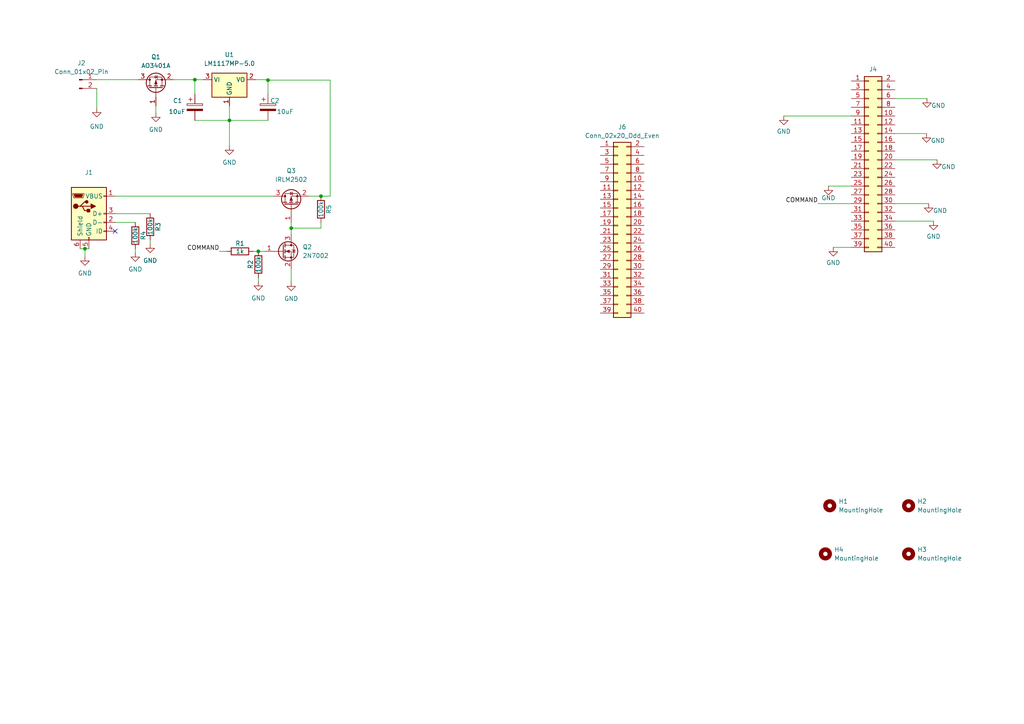
<source format=kicad_sch>
(kicad_sch (version 20230121) (generator eeschema)
  (paper "A4")
  (lib_symbols
    (symbol "Connector:Conn_01x02_Pin" (pin_names (offset 1.016) hide)
      (property "Reference" "J" (at 0 2.54 0))
      (property "Value" "Conn_01x02_Pin" (at 0 -5.08 0))
      (symbol "Conn_01x02_Pin_1_1"
        (polyline (pts (xy 1.27 -2.54) (xy 0.8636 -2.54)) (stroke (width 0.1524)))
        (polyline (pts (xy 1.27 0) (xy 0.8636 0)) (stroke (width 0.1524)))
        (rectangle (start 0.8636 -2.413) (end 0 -2.667) (stroke (width 0.1524)) (fill (type outline)))
        (rectangle (start 0.8636 0.127) (end 0 -0.127) (stroke (width 0.1524)) (fill (type outline)))
        (pin passive line (at 5.08 0 180) (length 3.81) (name "Pin_1") (number "1"))
        (pin passive line (at 5.08 -2.54 180) (length 3.81) (name "Pin_2") (number "2"))
      )
    )
    (symbol "Connector:USB_B_Micro" (pin_names (offset 1.016))
      (property "Reference" "J" (at -5.08 11.43 0))
      (property "Value" "USB_B_Micro" (at -5.08 8.89 0))
      (symbol "USB_B_Micro_0_1"
        (rectangle (start -5.08 -7.62) (end 5.08 7.62) (stroke (width 0.254)) (fill (type background)))
        (circle (center -3.81 2.159) (radius 0.635) (stroke (width 0.254)) (fill (type outline)))
        (circle (center -0.635 3.429) (radius 0.381) (stroke (width 0.254)) (fill (type outline)))
        (rectangle (start -0.127 -7.62) (end 0.127 -6.858))
        (polyline (pts (xy -1.905 2.159) (xy 0.635 2.159)) (stroke (width 0.254)))
        (polyline (pts (xy -3.175 2.159) (xy -2.54 2.159) (xy -1.27 3.429) (xy -0.635 3.429)) (stroke (width 0.254)))
        (polyline (pts (xy -2.54 2.159) (xy -1.905 2.159) (xy -1.27 0.889) (xy 0 0.889)) (stroke (width 0.254)))
        (polyline (pts (xy 0.635 2.794) (xy 0.635 1.524) (xy 1.905 2.159) (xy 0.635 2.794)) (stroke (width 0.254)) (fill (type outline)))
        (polyline (pts (xy -4.318 5.588) (xy -1.778 5.588) (xy -2.032 4.826) (xy -4.064 4.826) (xy -4.318 5.588)) (fill (type outline)))
        (polyline (pts (xy -4.699 5.842) (xy -4.699 5.588) (xy -4.445 4.826) (xy -4.445 4.572) (xy -1.651 4.572) (xy -1.651 4.826) (xy -1.397 5.588) (xy -1.397 5.842) (xy -4.699 5.842)))
        (rectangle (start 0.254 1.27) (end -0.508 0.508) (stroke (width 0.254)) (fill (type outline)))
        (rectangle (start 5.08 -5.207) (end 4.318 -4.953))
        (rectangle (start 5.08 -2.667) (end 4.318 -2.413))
        (rectangle (start 5.08 -0.127) (end 4.318 0.127))
        (rectangle (start 5.08 4.953) (end 4.318 5.207))
      )
      (symbol "USB_B_Micro_1_1"
        (pin power_out line (at 7.62 5.08 180) (length 2.54) (name "VBUS") (number "1"))
        (pin bidirectional line (at 7.62 -2.54 180) (length 2.54) (name "D-") (number "2"))
        (pin bidirectional line (at 7.62 0 180) (length 2.54) (name "D+") (number "3"))
        (pin passive line (at 7.62 -5.08 180) (length 2.54) (name "ID") (number "4"))
        (pin power_out line (at 0 -10.16 90) (length 2.54) (name "GND") (number "5"))
        (pin passive line (at -2.54 -10.16 90) (length 2.54) (name "Shield") (number "6"))
      )
    )
    (symbol "Connector_Generic:Conn_02x20_Odd_Even" (pin_names (offset 1.016) hide)
      (property "Reference" "J" (at 1.27 25.4 0))
      (property "Value" "Conn_02x20_Odd_Even" (at 1.27 -27.94 0))
      (symbol "Conn_02x20_Odd_Even_1_1"
        (rectangle (start -1.27 -25.273) (end 0 -25.527) (stroke (width 0.1524)))
        (rectangle (start -1.27 -22.733) (end 0 -22.987) (stroke (width 0.1524)))
        (rectangle (start -1.27 -20.193) (end 0 -20.447) (stroke (width 0.1524)))
        (rectangle (start -1.27 -17.653) (end 0 -17.907) (stroke (width 0.1524)))
        (rectangle (start -1.27 -15.113) (end 0 -15.367) (stroke (width 0.1524)))
        (rectangle (start -1.27 -12.573) (end 0 -12.827) (stroke (width 0.1524)))
        (rectangle (start -1.27 -10.033) (end 0 -10.287) (stroke (width 0.1524)))
        (rectangle (start -1.27 -7.493) (end 0 -7.747) (stroke (width 0.1524)))
        (rectangle (start -1.27 -4.953) (end 0 -5.207) (stroke (width 0.1524)))
        (rectangle (start -1.27 -2.413) (end 0 -2.667) (stroke (width 0.1524)))
        (rectangle (start -1.27 0.127) (end 0 -0.127) (stroke (width 0.1524)))
        (rectangle (start -1.27 2.667) (end 0 2.413) (stroke (width 0.1524)))
        (rectangle (start -1.27 5.207) (end 0 4.953) (stroke (width 0.1524)))
        (rectangle (start -1.27 7.747) (end 0 7.493) (stroke (width 0.1524)))
        (rectangle (start -1.27 10.287) (end 0 10.033) (stroke (width 0.1524)))
        (rectangle (start -1.27 12.827) (end 0 12.573) (stroke (width 0.1524)))
        (rectangle (start -1.27 15.367) (end 0 15.113) (stroke (width 0.1524)))
        (rectangle (start -1.27 17.907) (end 0 17.653) (stroke (width 0.1524)))
        (rectangle (start -1.27 20.447) (end 0 20.193) (stroke (width 0.1524)))
        (rectangle (start -1.27 22.987) (end 0 22.733) (stroke (width 0.1524)))
        (rectangle (start -1.27 24.13) (end 3.81 -26.67) (stroke (width 0.254)) (fill (type background)))
        (rectangle (start 3.81 -25.273) (end 2.54 -25.527) (stroke (width 0.1524)))
        (rectangle (start 3.81 -22.733) (end 2.54 -22.987) (stroke (width 0.1524)))
        (rectangle (start 3.81 -20.193) (end 2.54 -20.447) (stroke (width 0.1524)))
        (rectangle (start 3.81 -17.653) (end 2.54 -17.907) (stroke (width 0.1524)))
        (rectangle (start 3.81 -15.113) (end 2.54 -15.367) (stroke (width 0.1524)))
        (rectangle (start 3.81 -12.573) (end 2.54 -12.827) (stroke (width 0.1524)))
        (rectangle (start 3.81 -10.033) (end 2.54 -10.287) (stroke (width 0.1524)))
        (rectangle (start 3.81 -7.493) (end 2.54 -7.747) (stroke (width 0.1524)))
        (rectangle (start 3.81 -4.953) (end 2.54 -5.207) (stroke (width 0.1524)))
        (rectangle (start 3.81 -2.413) (end 2.54 -2.667) (stroke (width 0.1524)))
        (rectangle (start 3.81 0.127) (end 2.54 -0.127) (stroke (width 0.1524)))
        (rectangle (start 3.81 2.667) (end 2.54 2.413) (stroke (width 0.1524)))
        (rectangle (start 3.81 5.207) (end 2.54 4.953) (stroke (width 0.1524)))
        (rectangle (start 3.81 7.747) (end 2.54 7.493) (stroke (width 0.1524)))
        (rectangle (start 3.81 10.287) (end 2.54 10.033) (stroke (width 0.1524)))
        (rectangle (start 3.81 12.827) (end 2.54 12.573) (stroke (width 0.1524)))
        (rectangle (start 3.81 15.367) (end 2.54 15.113) (stroke (width 0.1524)))
        (rectangle (start 3.81 17.907) (end 2.54 17.653) (stroke (width 0.1524)))
        (rectangle (start 3.81 20.447) (end 2.54 20.193) (stroke (width 0.1524)))
        (rectangle (start 3.81 22.987) (end 2.54 22.733) (stroke (width 0.1524)))
        (pin passive line (at -5.08 22.86 0) (length 3.81) (name "Pin_1") (number "1"))
        (pin passive line (at 7.62 12.7 180) (length 3.81) (name "Pin_10") (number "10"))
        (pin passive line (at -5.08 10.16 0) (length 3.81) (name "Pin_11") (number "11"))
        (pin passive line (at 7.62 10.16 180) (length 3.81) (name "Pin_12") (number "12"))
        (pin passive line (at -5.08 7.62 0) (length 3.81) (name "Pin_13") (number "13"))
        (pin passive line (at 7.62 7.62 180) (length 3.81) (name "Pin_14") (number "14"))
        (pin passive line (at -5.08 5.08 0) (length 3.81) (name "Pin_15") (number "15"))
        (pin passive line (at 7.62 5.08 180) (length 3.81) (name "Pin_16") (number "16"))
        (pin passive line (at -5.08 2.54 0) (length 3.81) (name "Pin_17") (number "17"))
        (pin passive line (at 7.62 2.54 180) (length 3.81) (name "Pin_18") (number "18"))
        (pin passive line (at -5.08 0 0) (length 3.81) (name "Pin_19") (number "19"))
        (pin passive line (at 7.62 22.86 180) (length 3.81) (name "Pin_2") (number "2"))
        (pin passive line (at 7.62 0 180) (length 3.81) (name "Pin_20") (number "20"))
        (pin passive line (at -5.08 -2.54 0) (length 3.81) (name "Pin_21") (number "21"))
        (pin passive line (at 7.62 -2.54 180) (length 3.81) (name "Pin_22") (number "22"))
        (pin passive line (at -5.08 -5.08 0) (length 3.81) (name "Pin_23") (number "23"))
        (pin passive line (at 7.62 -5.08 180) (length 3.81) (name "Pin_24") (number "24"))
        (pin passive line (at -5.08 -7.62 0) (length 3.81) (name "Pin_25") (number "25"))
        (pin passive line (at 7.62 -7.62 180) (length 3.81) (name "Pin_26") (number "26"))
        (pin passive line (at -5.08 -10.16 0) (length 3.81) (name "Pin_27") (number "27"))
        (pin passive line (at 7.62 -10.16 180) (length 3.81) (name "Pin_28") (number "28"))
        (pin passive line (at -5.08 -12.7 0) (length 3.81) (name "Pin_29") (number "29"))
        (pin passive line (at -5.08 20.32 0) (length 3.81) (name "Pin_3") (number "3"))
        (pin passive line (at 7.62 -12.7 180) (length 3.81) (name "Pin_30") (number "30"))
        (pin passive line (at -5.08 -15.24 0) (length 3.81) (name "Pin_31") (number "31"))
        (pin passive line (at 7.62 -15.24 180) (length 3.81) (name "Pin_32") (number "32"))
        (pin passive line (at -5.08 -17.78 0) (length 3.81) (name "Pin_33") (number "33"))
        (pin passive line (at 7.62 -17.78 180) (length 3.81) (name "Pin_34") (number "34"))
        (pin passive line (at -5.08 -20.32 0) (length 3.81) (name "Pin_35") (number "35"))
        (pin passive line (at 7.62 -20.32 180) (length 3.81) (name "Pin_36") (number "36"))
        (pin passive line (at -5.08 -22.86 0) (length 3.81) (name "Pin_37") (number "37"))
        (pin passive line (at 7.62 -22.86 180) (length 3.81) (name "Pin_38") (number "38"))
        (pin passive line (at -5.08 -25.4 0) (length 3.81) (name "Pin_39") (number "39"))
        (pin passive line (at 7.62 20.32 180) (length 3.81) (name "Pin_4") (number "4"))
        (pin passive line (at 7.62 -25.4 180) (length 3.81) (name "Pin_40") (number "40"))
        (pin passive line (at -5.08 17.78 0) (length 3.81) (name "Pin_5") (number "5"))
        (pin passive line (at 7.62 17.78 180) (length 3.81) (name "Pin_6") (number "6"))
        (pin passive line (at -5.08 15.24 0) (length 3.81) (name "Pin_7") (number "7"))
        (pin passive line (at 7.62 15.24 180) (length 3.81) (name "Pin_8") (number "8"))
        (pin passive line (at -5.08 12.7 0) (length 3.81) (name "Pin_9") (number "9"))
      )
    )
    (symbol "Device:C_Polarized" (pin_numbers hide) (pin_names (offset 0.254))
      (property "Reference" "C" (at 0.635 2.54 0))
      (property "Value" "C_Polarized" (at 0.635 -2.54 0))
      (symbol "C_Polarized_0_1"
        (rectangle (start -2.286 0.508) (end 2.286 1.016))
        (polyline (pts (xy -1.778 2.286) (xy -0.762 2.286)))
        (polyline (pts (xy -1.27 2.794) (xy -1.27 1.778)))
        (rectangle (start 2.286 -0.508) (end -2.286 -1.016) (fill (type outline)))
      )
      (symbol "C_Polarized_1_1"
        (pin passive line (at 0 3.81 270) (length 2.794) (name "~") (number "1"))
        (pin passive line (at 0 -3.81 90) (length 2.794) (name "~") (number "2"))
      )
    )
    (symbol "Device:R" (pin_numbers hide) (pin_names (offset 0))
      (property "Reference" "R" (at 2.032 0 90))
      (property "Value" "R" (at 0 0 90))
      (symbol "R_0_1"
        (rectangle (start -1.016 -2.54) (end 1.016 2.54) (stroke (width 0.254)))
      )
      (symbol "R_1_1"
        (pin passive line (at 0 3.81 270) (length 1.27) (name "~") (number "1"))
        (pin passive line (at 0 -3.81 90) (length 1.27) (name "~") (number "2"))
      )
    )
    (symbol "Mechanical:MountingHole" (pin_names (offset 1.016))
      (property "Reference" "H" (at 0 5.08 0))
      (property "Value" "MountingHole" (at 0 3.175 0))
      (symbol "MountingHole_0_1"
        (circle (center 0 0) (radius 1.27) (stroke (width 1.27)))
      )
    )
    (symbol "Regulator_Linear:LM1117MP-5.0"
      (property "Reference" "U" (at -3.81 3.175 0))
      (property "Value" "LM1117MP-5.0" (at 0 3.175 0))
      (symbol "LM1117MP-5.0_0_1"
        (rectangle (start -5.08 -5.08) (end 5.08 1.905) (stroke (width 0.254)) (fill (type background)))
      )
      (symbol "LM1117MP-5.0_1_1"
        (pin power_in line (at 0 -7.62 90) (length 2.54) (name "GND") (number "1"))
        (pin power_out line (at 7.62 0 180) (length 2.54) (name "VO") (number "2"))
        (pin power_in line (at -7.62 0 0) (length 2.54) (name "VI") (number "3"))
      )
    )
    (symbol "Transistor_FET:2N7002" (pin_names hide)
      (property "Reference" "Q" (at 5.08 1.905 0))
      (property "Value" "2N7002" (at 5.08 0 0))
      (symbol "2N7002_0_1"
        (polyline (pts (xy 0.254 0) (xy -2.54 0)))
        (polyline (pts (xy 0.254 1.905) (xy 0.254 -1.905)) (stroke (width 0.254)))
        (polyline (pts (xy 0.762 -1.27) (xy 0.762 -2.286)) (stroke (width 0.254)))
        (polyline (pts (xy 0.762 0.508) (xy 0.762 -0.508)) (stroke (width 0.254)))
        (polyline (pts (xy 0.762 2.286) (xy 0.762 1.27)) (stroke (width 0.254)))
        (polyline (pts (xy 2.54 2.54) (xy 2.54 1.778)))
        (polyline (pts (xy 2.54 -2.54) (xy 2.54 0) (xy 0.762 0)))
        (polyline (pts (xy 0.762 -1.778) (xy 3.302 -1.778) (xy 3.302 1.778) (xy 0.762 1.778)))
        (polyline (pts (xy 1.016 0) (xy 2.032 0.381) (xy 2.032 -0.381) (xy 1.016 0)) (fill (type outline)))
        (polyline (pts (xy 2.794 0.508) (xy 2.921 0.381) (xy 3.683 0.381) (xy 3.81 0.254)))
        (polyline (pts (xy 3.302 0.381) (xy 2.921 -0.254) (xy 3.683 -0.254) (xy 3.302 0.381)))
        (circle (center 1.651 0) (radius 2.794) (stroke (width 0.254)))
        (circle (center 2.54 -1.778) (radius 0.254) (fill (type outline)))
        (circle (center 2.54 1.778) (radius 0.254) (fill (type outline)))
      )
      (symbol "2N7002_1_1"
        (pin input line (at -5.08 0 0) (length 2.54) (name "G") (number "1"))
        (pin passive line (at 2.54 -5.08 90) (length 2.54) (name "S") (number "2"))
        (pin passive line (at 2.54 5.08 270) (length 2.54) (name "D") (number "3"))
      )
    )
    (symbol "Transistor_FET:AO3401A" (pin_names hide)
      (property "Reference" "Q" (at 5.08 1.905 0))
      (property "Value" "AO3401A" (at 5.08 0 0))
      (symbol "AO3401A_0_1"
        (polyline (pts (xy 0.254 0) (xy -2.54 0)))
        (polyline (pts (xy 0.254 1.905) (xy 0.254 -1.905)) (stroke (width 0.254)))
        (polyline (pts (xy 0.762 -1.27) (xy 0.762 -2.286)) (stroke (width 0.254)))
        (polyline (pts (xy 0.762 0.508) (xy 0.762 -0.508)) (stroke (width 0.254)))
        (polyline (pts (xy 0.762 2.286) (xy 0.762 1.27)) (stroke (width 0.254)))
        (polyline (pts (xy 2.54 2.54) (xy 2.54 1.778)))
        (polyline (pts (xy 2.54 -2.54) (xy 2.54 0) (xy 0.762 0)))
        (polyline (pts (xy 0.762 1.778) (xy 3.302 1.778) (xy 3.302 -1.778) (xy 0.762 -1.778)))
        (polyline (pts (xy 2.286 0) (xy 1.27 0.381) (xy 1.27 -0.381) (xy 2.286 0)) (fill (type outline)))
        (polyline (pts (xy 2.794 -0.508) (xy 2.921 -0.381) (xy 3.683 -0.381) (xy 3.81 -0.254)))
        (polyline (pts (xy 3.302 -0.381) (xy 2.921 0.254) (xy 3.683 0.254) (xy 3.302 -0.381)))
        (circle (center 1.651 0) (radius 2.794) (stroke (width 0.254)))
        (circle (center 2.54 -1.778) (radius 0.254) (fill (type outline)))
        (circle (center 2.54 1.778) (radius 0.254) (fill (type outline)))
      )
      (symbol "AO3401A_1_1"
        (pin input line (at -5.08 0 0) (length 2.54) (name "G") (number "1"))
        (pin passive line (at 2.54 -5.08 90) (length 2.54) (name "S") (number "2"))
        (pin passive line (at 2.54 5.08 270) (length 2.54) (name "D") (number "3"))
      )
    )
    (symbol "power:GND" (power) (pin_names (offset 0))
      (property "Value" "GND" (at 0 -3.81 0))
      (symbol "GND_0_1"
        (polyline (pts (xy 0 0) (xy 0 -1.27) (xy 1.27 -1.27) (xy 0 -2.54) (xy -1.27 -1.27) (xy 0 -1.27)))
      )
      (symbol "GND_1_1"
        (pin power_in line (at 0 0 270) (length 0) hide (name "GND") (number "1"))
      )
    )
  )
  (junction (at 84.455 66.167))
  (junction (at 93.091 56.896))
  (junction (at 77.724 23.241))
  (junction (at 66.548 34.925))
  (junction (at 74.93 72.898))
  (junction (at 24.638 72.136))
  (junction (at 56.515 23.114))
  (no_connect (at 33.401 67.056))
  (wire (pts (xy 74.93 72.898) (xy 76.835 72.898)))
  (wire (pts (xy 43.561 70.739) (xy 43.561 69.596)))
  (wire (pts (xy 56.515 34.925) (xy 66.548 34.925)))
  (wire (pts (xy 24.638 72.136) (xy 24.638 74.422)))
  (wire (pts (xy 56.515 23.114) (xy 50.292 23.114)))
  (wire (pts (xy 63.627 72.898) (xy 65.786 72.898)))
  (wire (pts (xy 268.859 28.575) (xy 259.588 28.575)))
  (wire (pts (xy 66.548 42.291) (xy 66.548 34.925)))
  (wire (pts (xy 73.406 72.898) (xy 74.93 72.898)))
  (wire (pts (xy 39.243 64.516) (xy 33.401 64.516)))
  (wire (pts (xy 269.367 59.055) (xy 259.588 59.055)))
  (wire (pts (xy 93.091 64.516) (xy 93.091 66.167)))
  (wire (pts (xy 84.455 64.516) (xy 84.455 66.167)))
  (wire (pts (xy 95.758 23.241) (xy 77.724 23.241)))
  (wire (pts (xy 39.243 73.279) (xy 39.243 72.136)))
  (wire (pts (xy 23.241 72.136) (xy 24.638 72.136)))
  (wire (pts (xy 227.33 33.655) (xy 246.888 33.655)))
  (wire (pts (xy 268.732 38.735) (xy 259.588 38.735)))
  (wire (pts (xy 66.548 30.734) (xy 66.548 34.925)))
  (wire (pts (xy 43.561 61.976) (xy 33.401 61.976)))
  (wire (pts (xy 58.928 23.114) (xy 56.515 23.114)))
  (wire (pts (xy 56.515 27.305) (xy 56.515 23.114)))
  (wire (pts (xy 45.212 32.766) (xy 45.212 30.734)))
  (wire (pts (xy 237.236 59.055) (xy 246.888 59.055)))
  (wire (pts (xy 89.535 56.896) (xy 93.091 56.896)))
  (wire (pts (xy 74.93 80.518) (xy 74.93 81.661)))
  (wire (pts (xy 28.067 31.369) (xy 28.067 25.654)))
  (wire (pts (xy 240.284 53.975) (xy 246.888 53.975)))
  (wire (pts (xy 95.758 56.896) (xy 93.091 56.896)))
  (wire (pts (xy 84.455 66.167) (xy 93.091 66.167)))
  (wire (pts (xy 84.455 77.978) (xy 84.455 81.788)))
  (wire (pts (xy 77.724 23.241) (xy 77.724 27.305)))
  (wire (pts (xy 271.78 46.355) (xy 259.588 46.355)))
  (wire (pts (xy 24.638 72.136) (xy 25.781 72.136)))
  (wire (pts (xy 28.067 23.114) (xy 40.132 23.114)))
  (wire (pts (xy 77.724 23.241) (xy 77.724 23.114)))
  (wire (pts (xy 95.758 23.241) (xy 95.758 56.896)))
  (wire (pts (xy 33.401 56.896) (xy 79.375 56.896)))
  (wire (pts (xy 241.681 71.755) (xy 246.888 71.755)))
  (wire (pts (xy 77.724 23.114) (xy 74.168 23.114)))
  (wire (pts (xy 77.724 34.925) (xy 66.548 34.925)))
  (wire (pts (xy 84.455 66.167) (xy 84.455 67.818)))
  (wire (pts (xy 270.764 64.135) (xy 259.588 64.135)))
  (label "COMMAND" (at 63.627 72.898 180))
  (label "COMMAND" (at 237.236 59.055 180))
  (symbol (lib_id "Device:R") (at 69.596 72.898 270) (unit 1)
    (property "Reference" "R1" (at 69.596 70.612 90))
    (property "Value" "1k" (at 69.596 72.898 90))
    (property "Footprint" "Resistor_SMD:R_0603_1608Metric" (effects hide))
  )
  (symbol (lib_id "Device:R") (at 39.243 68.326 180) (unit 1)
    (property "Reference" "R4" (at 41.529 68.326 90))
    (property "Value" "100k" (at 39.243 68.326 90))
    (property "Footprint" "Resistor_SMD:R_0603_1608Metric" (effects hide))
  )
  (symbol (lib_id "Device:R") (at 74.93 76.708 0) (unit 1)
    (property "Reference" "R2" (at 72.644 76.708 90))
    (property "Value" "100k" (at 74.93 76.708 90))
    (property "Footprint" "Resistor_SMD:R_0603_1608Metric" (effects hide))
  )
  (symbol (lib_id "power:GND") (at 28.067 31.369 0) (unit 1)
    (property "Reference" "#PWR02" (effects hide))
    (property "Value" "GND" (at 28.067 36.703 0))
  )
  (symbol (lib_id "Mechanical:MountingHole") (at 240.665 146.685 0) (unit 1)
    (property "Reference" "H1" (at 243.205 145.415 0) (effects (justify left)))
    (property "Value" "MountingHole" (at 243.205 147.955 0) (effects (justify left)))
    (property "Footprint" "MountingHole:MountingHole_2.7mm" (effects hide))
  )
  (symbol (lib_id "Transistor_FET:2N7002") (at 81.915 72.898 0) (unit 1)
    (property "Reference" "Q2" (at 87.757 71.628 0) (effects (justify left)))
    (property "Value" "2N7002" (at 87.757 74.168 0) (effects (justify left)))
    (property "Footprint" "Package_TO_SOT_SMD:SOT-23" (effects hide))
    (property "Datasheet" "https://www.onsemi.com/pub/Collateral/NDS7002A-D.PDF" (effects hide))
  )
  (symbol (lib_id "Mechanical:MountingHole") (at 239.395 160.655 0) (unit 1)
    (property "Reference" "H4" (at 241.935 159.385 0) (effects (justify left)))
    (property "Value" "MountingHole" (at 241.935 161.925 0) (effects (justify left)))
    (property "Footprint" "MountingHole:MountingHole_2.7mm" (effects hide))
  )
  (symbol (lib_id "power:GND") (at 74.93 81.661 0) (unit 1)
    (property "Reference" "#PWR014" (effects hide))
    (property "Value" "GND" (at 74.93 86.487 0))
  )
  (symbol (lib_id "Device:C_Polarized") (at 77.724 31.115 0) (unit 1)
    (property "Reference" "C2" (at 78.359 29.21 0) (effects (justify left)))
    (property "Value" "10uF" (at 80.264 32.385 0) (effects (justify left)))
    (property "Footprint" "Capacitor_Tantalum_SMD:CP_EIA-3216-18_Kemet-A" (effects hide))
  )
  (symbol (lib_id "power:GND") (at 271.78 46.355 0) (unit 1)
    (property "Reference" "#PWR010" (effects hide))
    (property "Value" "GND" (at 275.082 48.387 0))
  )
  (symbol (lib_id "Device:R") (at 43.561 65.786 180) (unit 1)
    (property "Reference" "R3" (at 45.847 65.786 90))
    (property "Value" "100k" (at 43.561 65.786 90))
    (property "Footprint" "Resistor_SMD:R_0603_1608Metric" (effects hide))
  )
  (symbol (lib_id "power:GND") (at 270.764 64.135 0) (unit 1)
    (property "Reference" "#PWR08" (effects hide))
    (property "Value" "GND" (at 270.764 68.58 0))
  )
  (symbol (lib_id "power:GND") (at 268.732 38.735 0) (unit 1)
    (property "Reference" "#PWR011" (effects hide))
    (property "Value" "GND" (at 272.034 40.767 0))
  )
  (symbol (lib_id "power:GND") (at 45.212 32.766 0) (unit 1)
    (property "Reference" "#PWR04" (effects hide))
    (property "Value" "GND" (at 45.212 37.592 0))
  )
  (symbol (lib_id "power:GND") (at 240.284 53.975 0) (unit 1)
    (property "Reference" "#PWR06" (effects hide))
    (property "Value" "GND" (at 240.284 57.404 0))
  )
  (symbol (lib_id "power:GND") (at 39.243 73.279 0) (unit 1)
    (property "Reference" "#PWR016" (effects hide))
    (property "Value" "GND" (at 39.243 78.105 0))
  )
  (symbol (lib_id "Connector_Generic:Conn_02x20_Odd_Even") (at 251.968 46.355 0) (unit 1)
    (property "Reference" "J4" (at 253.238 20.066 0))
    (property "Value" "Conn_02x20_Odd_Even" (effects hide))
    (property "Footprint" "Connector_PinHeader_2.54mm:PinHeader_2x20_P2.54mm_Vertical" (effects hide))
  )
  (symbol (lib_id "Connector_Generic:Conn_02x20_Odd_Even") (at 179.197 65.405 0) (unit 1)
    (property "Reference" "J6" (at 180.467 36.83 0))
    (property "Value" "Conn_02x20_Odd_Even" (at 180.467 39.37 0))
  )
  (symbol (lib_id "power:GND") (at 84.455 81.788 0) (unit 1)
    (property "Reference" "#PWR013" (effects hide))
    (property "Value" "GND" (at 84.455 86.614 0))
  )
  (symbol (lib_id "Transistor_FET:AO3401A") (at 45.212 25.654 90) (unit 1)
    (property "Reference" "Q1" (at 45.212 16.51 90))
    (property "Value" "AO3401A" (at 45.212 19.05 90))
    (property "Footprint" "Package_TO_SOT_SMD:SOT-23" (effects hide))
    (property "Datasheet" "http://www.aosmd.com/pdfs/datasheet/AO3401A.pdf" (effects hide))
  )
  (symbol (lib_id "Device:C_Polarized") (at 56.515 31.115 0) (unit 1)
    (property "Reference" "C1" (at 50.165 29.21 0) (effects (justify left)))
    (property "Value" "10uF" (at 48.895 32.385 0) (effects (justify left)))
    (property "Footprint" "Capacitor_Tantalum_SMD:CP_EIA-3216-18_Kemet-A" (effects hide))
  )
  (symbol (lib_id "Regulator_Linear:LM1117MP-5.0") (at 66.548 23.114 0) (unit 1)
    (property "Reference" "U1" (at 66.548 15.875 0))
    (property "Value" "LM1117MP-5.0" (at 66.548 18.415 0))
    (property "Footprint" "Package_TO_SOT_SMD:SOT-223-3_TabPin2" (effects hide))
    (property "Datasheet" "http://www.ti.com/lit/ds/symlink/lm1117.pdf" (effects hide))
  )
  (symbol (lib_id "power:GND") (at 66.548 42.291 0) (unit 1)
    (property "Reference" "#PWR03" (effects hide))
    (property "Value" "GND" (at 66.548 47.117 0))
  )
  (symbol (lib_id "power:GND") (at 43.561 70.739 0) (unit 1)
    (property "Reference" "#PWR015" (effects hide))
    (property "Value" "GND" (at 43.561 75.565 0))
  )
  (symbol (lib_id "power:GND") (at 241.681 71.755 0) (unit 1)
    (property "Reference" "#PWR07" (effects hide))
    (property "Value" "GND" (at 241.681 76.2 0))
  )
  (symbol (lib_id "Device:R") (at 93.091 60.706 180) (unit 1)
    (property "Reference" "R5" (at 95.377 60.706 90))
    (property "Value" "100k" (at 93.091 60.706 90))
    (property "Footprint" "Resistor_SMD:R_0603_1608Metric" (effects hide))
  )
  (symbol (lib_id "power:GND") (at 268.859 28.575 0) (unit 1)
    (property "Reference" "#PWR012" (effects hide))
    (property "Value" "GND" (at 272.161 30.607 0))
  )
  (symbol (lib_id "power:GND") (at 24.638 74.422 0) (unit 1)
    (property "Reference" "#PWR01" (effects hide))
    (property "Value" "GND" (at 24.638 79.248 0))
  )
  (symbol (lib_id "power:GND") (at 227.33 33.655 0) (unit 1)
    (property "Reference" "#PWR05" (effects hide))
    (property "Value" "GND" (at 227.33 38.1 0))
  )
  (symbol (lib_id "Connector:USB_B_Micro") (at 25.781 61.976 0) (unit 1)
    (property "Reference" "J1" (at 25.781 50.038 0))
    (property "Value" "USB_B_Micro" (effects hide))
    (property "Footprint" "Connector_USB:USB_Micro-B_GCT_USB3076-30-A" (effects hide))
  )
  (symbol (lib_id "power:GND") (at 269.367 59.055 0) (unit 1)
    (property "Reference" "#PWR09" (effects hide))
    (property "Value" "GND" (at 272.669 61.087 0))
  )
  (symbol (lib_id "Transistor_FET:AO3401A") (at 84.455 59.436 90) (unit 1)
    (property "Reference" "Q3" (at 84.455 49.53 90))
    (property "Value" "IRLM2502" (at 84.455 52.07 90))
    (property "Footprint" "Package_TO_SOT_SMD:SOT-23" (effects hide))
    (property "Datasheet" "http://www.aosmd.com/pdfs/datasheet/AO3401A.pdf" (effects hide))
  )
  (symbol (lib_id "Connector:Conn_01x02_Pin") (at 22.987 23.114 0) (unit 1)
    (property "Reference" "J2" (at 23.622 18.288 0))
    (property "Value" "Conn_01x02_Pin" (at 23.622 20.828 0))
    (property "Footprint" "Connector_TE-Connectivity:TE_440055-2_1x02_P2.00mm_Horizontal" (effects hide))
  )
  (symbol (lib_id "Mechanical:MountingHole") (at 263.525 160.655 0) (unit 1)
    (property "Reference" "H3" (at 266.065 159.385 0) (effects (justify left)))
    (property "Value" "MountingHole" (at 266.065 161.925 0) (effects (justify left)))
    (property "Footprint" "MountingHole:MountingHole_2.7mm" (effects hide))
  )
  (symbol (lib_id "Mechanical:MountingHole") (at 263.525 146.685 0) (unit 1)
    (property "Reference" "H2" (at 266.065 145.415 0) (effects (justify left)))
    (property "Value" "MountingHole" (at 266.065 147.955 0) (effects (justify left)))
    (property "Footprint" "MountingHole:MountingHole_2.7mm" (effects hide))
  )
)
</source>
